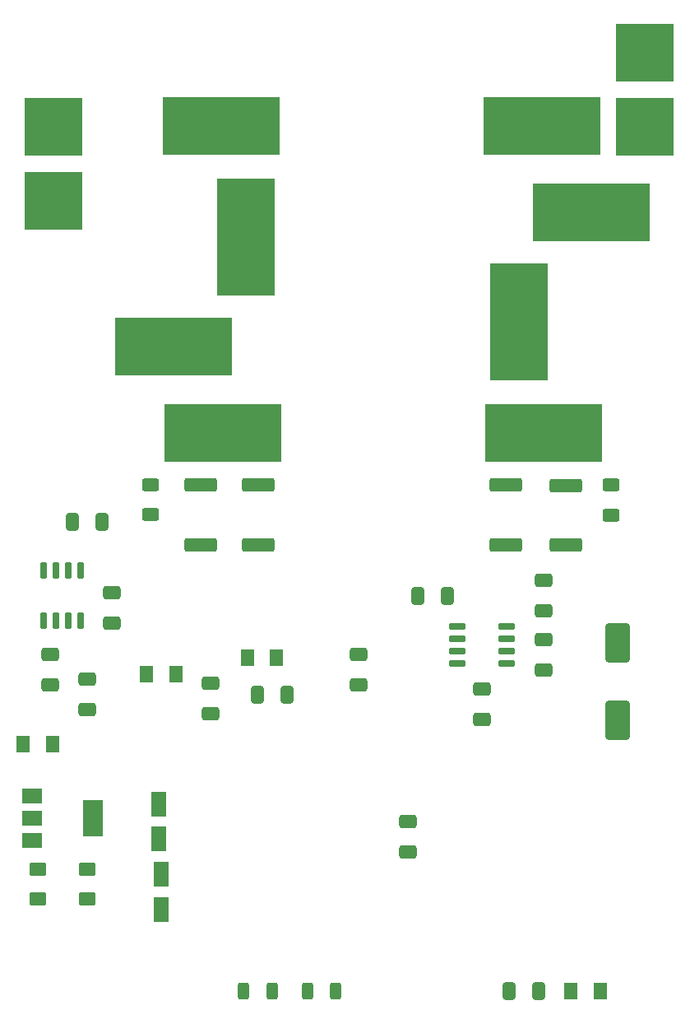
<source format=gbr>
%TF.GenerationSoftware,KiCad,Pcbnew,6.0.2+dfsg-1*%
%TF.CreationDate,2024-07-15T16:46:16+10:00*%
%TF.ProjectId,SWRBridge,53575242-7269-4646-9765-2e6b69636164,2*%
%TF.SameCoordinates,Original*%
%TF.FileFunction,Paste,Top*%
%TF.FilePolarity,Positive*%
%FSLAX46Y46*%
G04 Gerber Fmt 4.6, Leading zero omitted, Abs format (unit mm)*
G04 Created by KiCad (PCBNEW 6.0.2+dfsg-1) date 2024-07-15 16:46:16*
%MOMM*%
%LPD*%
G01*
G04 APERTURE LIST*
G04 Aperture macros list*
%AMRoundRect*
0 Rectangle with rounded corners*
0 $1 Rounding radius*
0 $2 $3 $4 $5 $6 $7 $8 $9 X,Y pos of 4 corners*
0 Add a 4 corners polygon primitive as box body*
4,1,4,$2,$3,$4,$5,$6,$7,$8,$9,$2,$3,0*
0 Add four circle primitives for the rounded corners*
1,1,$1+$1,$2,$3*
1,1,$1+$1,$4,$5*
1,1,$1+$1,$6,$7*
1,1,$1+$1,$8,$9*
0 Add four rect primitives between the rounded corners*
20,1,$1+$1,$2,$3,$4,$5,0*
20,1,$1+$1,$4,$5,$6,$7,0*
20,1,$1+$1,$6,$7,$8,$9,0*
20,1,$1+$1,$8,$9,$2,$3,0*%
G04 Aperture macros list end*
%ADD10R,6.000000X12.000000*%
%ADD11R,12.000000X6.000000*%
%ADD12RoundRect,0.250000X-0.650000X0.412500X-0.650000X-0.412500X0.650000X-0.412500X0.650000X0.412500X0*%
%ADD13RoundRect,0.250001X-0.462499X-0.624999X0.462499X-0.624999X0.462499X0.624999X-0.462499X0.624999X0*%
%ADD14RoundRect,0.249999X0.412501X0.650001X-0.412501X0.650001X-0.412501X-0.650001X0.412501X-0.650001X0*%
%ADD15RoundRect,0.249999X-0.650001X0.412501X-0.650001X-0.412501X0.650001X-0.412501X0.650001X0.412501X0*%
%ADD16RoundRect,0.250000X-0.550000X1.050000X-0.550000X-1.050000X0.550000X-1.050000X0.550000X1.050000X0*%
%ADD17RoundRect,0.249999X-0.412501X-0.650001X0.412501X-0.650001X0.412501X0.650001X-0.412501X0.650001X0*%
%ADD18RoundRect,0.250000X1.000000X-1.750000X1.000000X1.750000X-1.000000X1.750000X-1.000000X-1.750000X0*%
%ADD19RoundRect,0.250000X-0.625000X0.462500X-0.625000X-0.462500X0.625000X-0.462500X0.625000X0.462500X0*%
%ADD20RoundRect,0.250000X0.625000X-0.462500X0.625000X0.462500X-0.625000X0.462500X-0.625000X-0.462500X0*%
%ADD21RoundRect,0.250000X-0.462500X-0.625000X0.462500X-0.625000X0.462500X0.625000X-0.462500X0.625000X0*%
%ADD22RoundRect,0.250000X0.462500X0.625000X-0.462500X0.625000X-0.462500X-0.625000X0.462500X-0.625000X0*%
%ADD23RoundRect,0.249999X-1.425001X0.450001X-1.425001X-0.450001X1.425001X-0.450001X1.425001X0.450001X0*%
%ADD24RoundRect,0.250000X0.625000X-0.400000X0.625000X0.400000X-0.625000X0.400000X-0.625000X-0.400000X0*%
%ADD25RoundRect,0.249999X1.425001X-0.450001X1.425001X0.450001X-1.425001X0.450001X-1.425001X-0.450001X0*%
%ADD26RoundRect,0.250000X-0.625000X0.400000X-0.625000X-0.400000X0.625000X-0.400000X0.625000X0.400000X0*%
%ADD27RoundRect,0.150000X0.150000X-0.725000X0.150000X0.725000X-0.150000X0.725000X-0.150000X-0.725000X0*%
%ADD28R,2.000000X1.500000*%
%ADD29R,2.000000X3.800000*%
%ADD30RoundRect,0.150000X-0.725000X-0.150000X0.725000X-0.150000X0.725000X0.150000X-0.725000X0.150000X0*%
%ADD31R,6.000000X6.000000*%
%ADD32RoundRect,0.250000X-0.312500X-0.625000X0.312500X-0.625000X0.312500X0.625000X-0.312500X0.625000X0*%
%ADD33RoundRect,0.250000X-0.412500X-0.650000X0.412500X-0.650000X0.412500X0.650000X-0.412500X0.650000X0*%
%ADD34RoundRect,0.250000X0.312500X0.625000X-0.312500X0.625000X-0.312500X-0.625000X0.312500X-0.625000X0*%
G04 APERTURE END LIST*
D10*
%TO.C,T2*%
X146050000Y-81026000D03*
D11*
X110490000Y-83566000D03*
X148590000Y-92456000D03*
X115570000Y-92456000D03*
%TD*%
D12*
%TO.C,C11*%
X129540000Y-115277500D03*
X129540000Y-118402500D03*
%TD*%
%TO.C,C7*%
X114300000Y-118224000D03*
X114300000Y-121349000D03*
%TD*%
D13*
%TO.C,L2*%
X107732500Y-117246500D03*
X110707500Y-117246500D03*
%TD*%
D14*
%TO.C,C1*%
X103162500Y-101600000D03*
X100037500Y-101600000D03*
%TD*%
D15*
%TO.C,C2*%
X97790000Y-115277500D03*
X97790000Y-118402500D03*
%TD*%
D16*
%TO.C,C3*%
X109220000Y-137900000D03*
X109220000Y-141500000D03*
%TD*%
D15*
%TO.C,C4*%
X104140000Y-108927500D03*
X104140000Y-112052500D03*
%TD*%
%TO.C,C5*%
X101600000Y-117817500D03*
X101600000Y-120942500D03*
%TD*%
%TO.C,C6*%
X148590000Y-107657500D03*
X148590000Y-110782500D03*
%TD*%
D16*
%TO.C,C8*%
X108966000Y-130661000D03*
X108966000Y-134261000D03*
%TD*%
D15*
%TO.C,C9*%
X142240000Y-118795000D03*
X142240000Y-121920000D03*
%TD*%
%TO.C,C10*%
X148590000Y-113715000D03*
X148590000Y-116840000D03*
%TD*%
D17*
%TO.C,C12*%
X119087500Y-119380000D03*
X122212500Y-119380000D03*
%TD*%
D14*
%TO.C,C13*%
X148125000Y-149860000D03*
X145000000Y-149860000D03*
%TD*%
D15*
%TO.C,C14*%
X134620000Y-132422500D03*
X134620000Y-135547500D03*
%TD*%
D18*
%TO.C,C15*%
X156210000Y-122046500D03*
X156210000Y-114046500D03*
%TD*%
D19*
%TO.C,D1*%
X96520000Y-137387000D03*
X96520000Y-140362000D03*
%TD*%
D20*
%TO.C,L1*%
X101600000Y-140362000D03*
X101600000Y-137387000D03*
%TD*%
D21*
%TO.C,L3*%
X95032500Y-124460000D03*
X98007500Y-124460000D03*
%TD*%
D22*
%TO.C,L4*%
X154400000Y-149860000D03*
X151425000Y-149860000D03*
%TD*%
%TO.C,L5*%
X121085000Y-115570000D03*
X118110000Y-115570000D03*
%TD*%
D23*
%TO.C,R1*%
X119189500Y-97851500D03*
X119189500Y-103951500D03*
%TD*%
D24*
%TO.C,R2*%
X108140500Y-100901500D03*
X108140500Y-97801500D03*
%TD*%
D23*
%TO.C,R3*%
X113284000Y-97851500D03*
X113284000Y-103951500D03*
%TD*%
%TO.C,R4*%
X150876000Y-97915000D03*
X150876000Y-104015000D03*
%TD*%
D25*
%TO.C,R5*%
X144716500Y-103951500D03*
X144716500Y-97851500D03*
%TD*%
D26*
%TO.C,R6*%
X155575000Y-97827500D03*
X155575000Y-100927500D03*
%TD*%
D10*
%TO.C,T1*%
X117919500Y-72326500D03*
D11*
X153479500Y-69786500D03*
X115379500Y-60896500D03*
X148399500Y-60896500D03*
%TD*%
D27*
%TO.C,U1*%
X97155000Y-111795000D03*
X98425000Y-111795000D03*
X99695000Y-111795000D03*
X100965000Y-111795000D03*
X100965000Y-106645000D03*
X99695000Y-106645000D03*
X98425000Y-106645000D03*
X97155000Y-106645000D03*
%TD*%
D28*
%TO.C,U2*%
X95910000Y-129780000D03*
X95910000Y-132080000D03*
D29*
X102210000Y-132080000D03*
D28*
X95910000Y-134380000D03*
%TD*%
D30*
%TO.C,U3*%
X139665000Y-112395000D03*
X139665000Y-113665000D03*
X139665000Y-114935000D03*
X139665000Y-116205000D03*
X144815000Y-116205000D03*
X144815000Y-114935000D03*
X144815000Y-113665000D03*
X144815000Y-112395000D03*
%TD*%
D31*
%TO.C,J2*%
X98171000Y-60960000D03*
X98171000Y-68580000D03*
%TD*%
%TO.C,J3*%
X159004000Y-61023500D03*
X159004000Y-53403500D03*
%TD*%
D32*
%TO.C,R7*%
X117725000Y-149860000D03*
X120650000Y-149860000D03*
%TD*%
D33*
%TO.C,C16*%
X135597500Y-109220000D03*
X138722500Y-109220000D03*
%TD*%
D34*
%TO.C,R8*%
X127192500Y-149860000D03*
X124267500Y-149860000D03*
%TD*%
M02*

</source>
